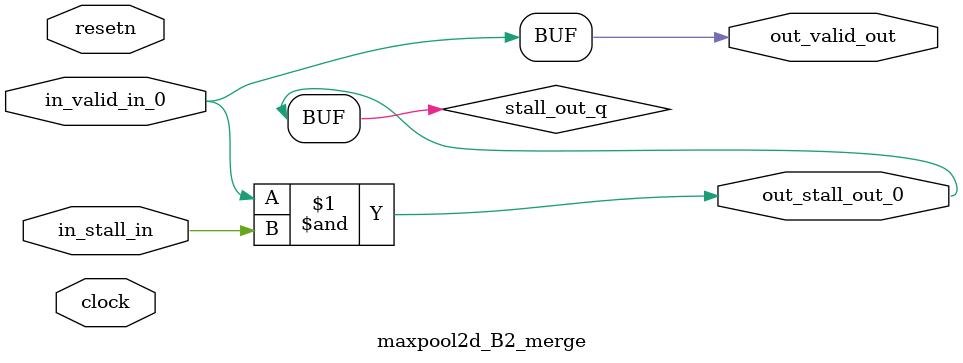
<source format=sv>



(* altera_attribute = "-name AUTO_SHIFT_REGISTER_RECOGNITION OFF; -name MESSAGE_DISABLE 10036; -name MESSAGE_DISABLE 10037; -name MESSAGE_DISABLE 14130; -name MESSAGE_DISABLE 14320; -name MESSAGE_DISABLE 15400; -name MESSAGE_DISABLE 14130; -name MESSAGE_DISABLE 10036; -name MESSAGE_DISABLE 12020; -name MESSAGE_DISABLE 12030; -name MESSAGE_DISABLE 12010; -name MESSAGE_DISABLE 12110; -name MESSAGE_DISABLE 14320; -name MESSAGE_DISABLE 13410; -name MESSAGE_DISABLE 113007; -name MESSAGE_DISABLE 10958" *)
module maxpool2d_B2_merge (
    input wire [0:0] in_stall_in,
    input wire [0:0] in_valid_in_0,
    output wire [0:0] out_stall_out_0,
    output wire [0:0] out_valid_out,
    input wire clock,
    input wire resetn
    );

    wire [0:0] stall_out_q;


    // stall_out(LOGICAL,6)
    assign stall_out_q = in_valid_in_0 & in_stall_in;

    // out_stall_out_0(GPOUT,4)
    assign out_stall_out_0 = stall_out_q;

    // out_valid_out(GPOUT,5)
    assign out_valid_out = in_valid_in_0;

endmodule

</source>
